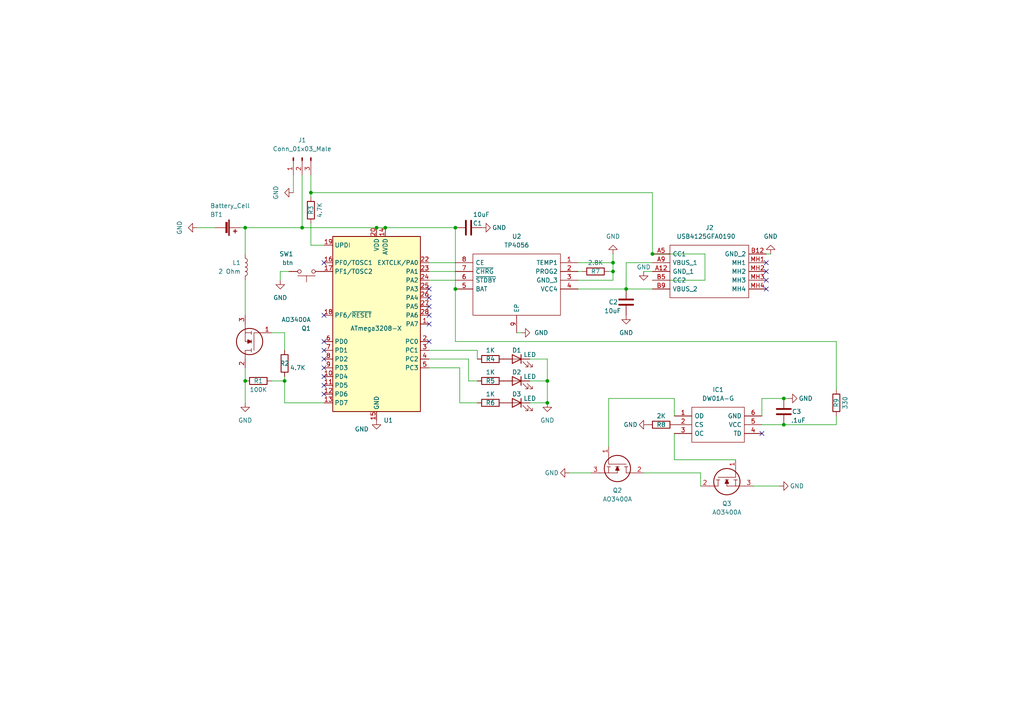
<source format=kicad_sch>
(kicad_sch (version 20211123) (generator eeschema)
  (paper "A4")
  (title_block (title "Rectangle Control Module") (rev "1") (company "Sapient Design") (comment 1 "Designed by: Homer Morrill") (comment 2 "All solder used is to be LF"))
  (lib_symbols
    (symbol "Connector:Conn_01x03_Male" (pin_names (offset 1.016) hide)
      (property "Reference" "J" (at 0 5.08 0))
      (property "Value" "Conn_01x03_Male" (at 0 -5.08 0))
      (symbol "Conn_01x03_Male_1_1"
        (polyline (pts (xy 1.27 -2.54) (xy 0.8636 -2.54)) (stroke (width 0.1524)))
        (polyline (pts (xy 1.27 0) (xy 0.8636 0)) (stroke (width 0.1524)))
        (polyline (pts (xy 1.27 2.54) (xy 0.8636 2.54)) (stroke (width 0.1524)))
        (rectangle (start 0.8636 -2.413) (end 0 -2.667) (stroke (width 0.1524)) (fill (type outline)))
        (rectangle (start 0.8636 0.127) (end 0 -0.127) (stroke (width 0.1524)) (fill (type outline)))
        (rectangle (start 0.8636 2.667) (end 0 2.413) (stroke (width 0.1524)) (fill (type outline)))
        (pin passive line (at 5.08 2.54 180) (length 3.81) (name "Pin_1") (number "1"))
        (pin passive line (at 5.08 0 180) (length 3.81) (name "Pin_2") (number "2"))
        (pin passive line (at 5.08 -2.54 180) (length 3.81) (name "Pin_3") (number "3"))
      )
    )
    (symbol "Device:Battery_Cell" (pin_numbers hide) (pin_names (offset 0) hide)
      (property "Reference" "BT" (at 2.54 2.54 0))
      (property "Value" "Battery_Cell" (at 2.54 0 0))
      (symbol "Battery_Cell_0_1"
        (rectangle (start -2.286 1.778) (end 2.286 1.524) (fill (type outline)))
        (rectangle (start -1.5748 1.1938) (end 1.4732 0.6858) (fill (type outline)))
        (polyline (pts (xy 0 0.762) (xy 0 0)))
        (polyline (pts (xy 0 1.778) (xy 0 2.54)))
        (polyline (pts (xy 0.508 3.429) (xy 1.524 3.429)) (stroke (width 0.254)))
        (polyline (pts (xy 1.016 3.937) (xy 1.016 2.921)) (stroke (width 0.254)))
      )
      (symbol "Battery_Cell_1_1"
        (pin passive line (at 0 5.08 270) (length 2.54) (name "+") (number "1"))
        (pin passive line (at 0 -2.54 90) (length 2.54) (name "-") (number "2"))
      )
    )
    (symbol "Device:C" (pin_numbers hide) (pin_names (offset 0.254))
      (property "Reference" "C" (at 0.635 2.54 0))
      (property "Value" "C" (at 0.635 -2.54 0))
      (symbol "C_0_1"
        (polyline (pts (xy -2.032 -0.762) (xy 2.032 -0.762)) (stroke (width 0.508)))
        (polyline (pts (xy -2.032 0.762) (xy 2.032 0.762)) (stroke (width 0.508)))
      )
      (symbol "C_1_1"
        (pin passive line (at 0 3.81 270) (length 2.794) (name "~") (number "1"))
        (pin passive line (at 0 -3.81 90) (length 2.794) (name "~") (number "2"))
      )
    )
    (symbol "Device:L" (pin_numbers hide) (pin_names (offset 1.016) hide)
      (property "Reference" "L" (at -1.27 0 90))
      (property "Value" "L" (at 1.905 0 90))
      (symbol "L_0_1"
        (arc (start 0 -2.54) (mid 0.635 -1.905) (end 0 -1.27))
        (arc (start 0 -1.27) (mid 0.635 -0.635) (end 0 0))
        (arc (start 0 0) (mid 0.635 0.635) (end 0 1.27))
        (arc (start 0 1.27) (mid 0.635 1.905) (end 0 2.54))
      )
      (symbol "L_1_1"
        (pin passive line (at 0 3.81 270) (length 1.27) (name "1") (number "1"))
        (pin passive line (at 0 -3.81 90) (length 1.27) (name "2") (number "2"))
      )
    )
    (symbol "Device:LED" (pin_numbers hide) (pin_names (offset 1.016) hide)
      (property "Reference" "D" (at 0 2.54 0))
      (property "Value" "LED" (at 0 -2.54 0))
      (symbol "LED_0_1"
        (polyline (pts (xy -1.27 -1.27) (xy -1.27 1.27)) (stroke (width 0.254)))
        (polyline (pts (xy -1.27 0) (xy 1.27 0)))
        (polyline (pts (xy 1.27 -1.27) (xy 1.27 1.27) (xy -1.27 0) (xy 1.27 -1.27)) (stroke (width 0.254)))
        (polyline (pts (xy -3.048 -0.762) (xy -4.572 -2.286) (xy -3.81 -2.286) (xy -4.572 -2.286) (xy -4.572 -1.524)))
        (polyline (pts (xy -1.778 -0.762) (xy -3.302 -2.286) (xy -2.54 -2.286) (xy -3.302 -2.286) (xy -3.302 -1.524)))
      )
      (symbol "LED_1_1"
        (pin passive line (at -3.81 0 0) (length 2.54) (name "K") (number "1"))
        (pin passive line (at 3.81 0 180) (length 2.54) (name "A") (number "2"))
      )
    )
    (symbol "Device:R" (pin_numbers hide) (pin_names (offset 0))
      (property "Reference" "R" (at 2.032 0 90))
      (property "Value" "R" (at 0 0 90))
      (symbol "R_0_1"
        (rectangle (start -1.016 -2.54) (end 1.016 2.54) (stroke (width 0.254)))
      )
      (symbol "R_1_1"
        (pin passive line (at 0 3.81 270) (length 1.27) (name "~") (number "1"))
        (pin passive line (at 0 -3.81 90) (length 1.27) (name "~") (number "2"))
      )
    )
    (symbol "MCU_Microchip_ATmega:ATmega3208-X"
      (property "Reference" "U" (at -12.7 26.67 0))
      (property "Value" "ATmega3208-X" (at 2.54 -26.67 0))
      (symbol "ATmega3208-X_0_1"
        (rectangle (start -12.7 -25.4) (end 12.7 25.4) (stroke (width 0.254)) (fill (type background)))
      )
      (symbol "ATmega3208-X_1_1"
        (pin bidirectional line (at 15.24 0 180) (length 2.54) (name "PA7") (number "1"))
        (pin bidirectional line (at -15.24 -15.24 0) (length 2.54) (name "PD4") (number "10"))
        (pin bidirectional line (at -15.24 -17.78 0) (length 2.54) (name "PD5") (number "11"))
        (pin bidirectional line (at -15.24 -20.32 0) (length 2.54) (name "PD6") (number "12"))
        (pin bidirectional line (at -15.24 -22.86 0) (length 2.54) (name "PD7") (number "13"))
        (pin power_in line (at 2.54 27.94 270) (length 2.54) (name "AVDD") (number "14"))
        (pin power_in line (at 0 -27.94 90) (length 2.54) (name "GND") (number "15"))
        (pin bidirectional line (at -15.24 17.78 0) (length 2.54) (name "PF0/TOSC1") (number "16"))
        (pin bidirectional line (at -15.24 15.24 0) (length 2.54) (name "PF1/TOSC2") (number "17"))
        (pin bidirectional line (at -15.24 2.54 0) (length 2.54) (name "PF6/~{RESET}") (number "18"))
        (pin bidirectional line (at -15.24 22.86 0) (length 2.54) (name "UPDI") (number "19"))
        (pin bidirectional line (at 15.24 -5.08 180) (length 2.54) (name "PC0") (number "2"))
        (pin power_in line (at 0 27.94 270) (length 2.54) (name "VDD") (number "20"))
        (pin passive line (at 0 -27.94 90) (length 2.54) hide (name "GND") (number "21"))
        (pin bidirectional line (at 15.24 17.78 180) (length 2.54) (name "EXTCLK/PA0") (number "22"))
        (pin bidirectional line (at 15.24 15.24 180) (length 2.54) (name "PA1") (number "23"))
        (pin bidirectional line (at 15.24 12.7 180) (length 2.54) (name "PA2") (number "24"))
        (pin bidirectional line (at 15.24 10.16 180) (length 2.54) (name "PA3") (number "25"))
        (pin bidirectional line (at 15.24 7.62 180) (length 2.54) (name "PA4") (number "26"))
        (pin bidirectional line (at 15.24 5.08 180) (length 2.54) (name "PA5") (number "27"))
        (pin bidirectional line (at 15.24 2.54 180) (length 2.54) (name "PA6") (number "28"))
        (pin bidirectional line (at 15.24 -7.62 180) (length 2.54) (name "PC1") (number "3"))
        (pin bidirectional line (at 15.24 -10.16 180) (length 2.54) (name "PC2") (number "4"))
        (pin bidirectional line (at 15.24 -12.7 180) (length 2.54) (name "PC3") (number "5"))
        (pin bidirectional line (at -15.24 -5.08 0) (length 2.54) (name "PD0") (number "6"))
        (pin bidirectional line (at -15.24 -7.62 0) (length 2.54) (name "PD1") (number "7"))
        (pin bidirectional line (at -15.24 -10.16 0) (length 2.54) (name "PD2") (number "8"))
        (pin bidirectional line (at -15.24 -12.7 0) (length 2.54) (name "PD3") (number "9"))
      )
    )
    (symbol "SamacSys:AO3400A" (pin_names (offset 0.762))
      (property "Reference" "Q1" (at -11.43 -1.2699 0))
      (property "Value" "AO3400A" (at -11.43 -3.8099 0))
      (symbol "AO3400A_0_0"
        (pin passive line (at 0 0 0) (length 2.54) (name "~") (number "1"))
        (pin passive line (at 7.62 10.16 270) (length 2.54) (name "~") (number "2"))
        (pin passive line (at 7.62 -5.08 90) (length 2.54) (name "~") (number "3"))
      )
      (symbol "AO3400A_0_1"
        (polyline (pts (xy 5.842 -0.508) (xy 5.842 0.508)) (stroke (width 0.1524)))
        (polyline (pts (xy 5.842 0) (xy 7.62 0)) (stroke (width 0.1524)))
        (polyline (pts (xy 5.842 2.032) (xy 5.842 3.048)) (stroke (width 0.1524)))
        (polyline (pts (xy 5.842 5.588) (xy 5.842 4.572)) (stroke (width 0.1524)))
        (polyline (pts (xy 7.62 2.54) (xy 5.842 2.54)) (stroke (width 0.1524)))
        (polyline (pts (xy 7.62 2.54) (xy 7.62 -2.54)) (stroke (width 0.1524)))
        (polyline (pts (xy 7.62 5.08) (xy 5.842 5.08)) (stroke (width 0.1524)))
        (polyline (pts (xy 7.62 5.08) (xy 7.62 7.62)) (stroke (width 0.1524)))
        (polyline (pts (xy 2.54 0) (xy 5.08 0) (xy 5.08 5.08)) (stroke (width 0.1524)))
        (polyline (pts (xy 5.842 2.54) (xy 6.858 3.048) (xy 6.858 2.032) (xy 5.842 2.54)) (stroke (width 0.254)) (fill (type outline)))
        (circle (center 6.35 2.54) (radius 3.81) (stroke (width 0.254)))
      )
    )
    (symbol "SamacSys:DW01A-G" (pin_names (offset 0.762))
      (property "Reference" "IC" (at 21.59 7.62 0))
      (property "Value" "DW01A-G" (at 21.59 5.08 0))
      (symbol "DW01A-G_0_0"
        (pin passive line (at 0 0 0) (length 5.08) (name "OD") (number "1"))
        (pin passive line (at 0 -2.54 0) (length 5.08) (name "CS") (number "2"))
        (pin passive line (at 0 -5.08 0) (length 5.08) (name "OC") (number "3"))
        (pin passive line (at 25.4 -5.08 180) (length 5.08) (name "TD") (number "4"))
        (pin passive line (at 25.4 -2.54 180) (length 5.08) (name "VCC") (number "5"))
        (pin passive line (at 25.4 0 180) (length 5.08) (name "GND") (number "6"))
      )
      (symbol "DW01A-G_0_1"
        (polyline (pts (xy 5.08 2.54) (xy 20.32 2.54) (xy 20.32 -7.62) (xy 5.08 -7.62) (xy 5.08 2.54)) (stroke (width 0.1524)))
      )
    )
    (symbol "SamacSys:TP4056" (pin_names (offset 0.762))
      (property "Reference" "J" (at 31.75 7.62 0))
      (property "Value" "TP4056" (at 31.75 5.08 0))
      (symbol "TP4056_0_0"
        (pin passive line (at 0 0 0) (length 5.08) (name "TEMP1") (number "1"))
        (pin passive line (at 0 -2.54 0) (length 5.08) (name "PROG2") (number "2"))
        (pin passive line (at 0 -5.08 0) (length 5.08) (name "GND_3") (number "3"))
        (pin passive line (at 0 -7.62 0) (length 5.08) (name "VCC4") (number "4"))
        (pin passive line (at 35.56 -7.62 180) (length 5.08) (name "BAT") (number "5"))
        (pin passive line (at 35.56 -5.08 180) (length 5.08) (name "~{STDBY}") (number "6"))
        (pin passive line (at 35.56 -2.54 180) (length 5.08) (name "~{CHRG}") (number "7"))
        (pin passive line (at 35.56 0 180) (length 5.08) (name "CE") (number "8"))
        (pin passive line (at 17.78 -20.32 90) (length 5.08) (name "EP") (number "9"))
      )
      (symbol "TP4056_0_1"
        (polyline (pts (xy 5.08 2.54) (xy 30.48 2.54) (xy 30.48 -15.24) (xy 5.08 -15.24) (xy 5.08 2.54)) (stroke (width 0.1524)))
      )
    )
    (symbol "SamacSys:USB4125-GF-A-0190" (pin_names (offset 0.762))
      (property "Reference" "J" (at 29.21 7.62 0))
      (property "Value" "USB4125-GF-A-0190" (at 29.21 5.08 0))
      (symbol "USB4125-GF-A-0190_0_0"
        (pin passive line (at 0 -5.08 0) (length 5.08) (name "GND_1") (number "A12"))
        (pin passive line (at 0 0 0) (length 5.08) (name "CC1") (number "A5"))
        (pin passive line (at 0 -2.54 0) (length 5.08) (name "VBUS_1") (number "A9"))
        (pin passive line (at 33.02 0 180) (length 5.08) (name "GND_2") (number "B12"))
        (pin passive line (at 0 -7.62 0) (length 5.08) (name "CC2") (number "B5"))
        (pin passive line (at 0 -10.16 0) (length 5.08) (name "VBUS_2") (number "B9"))
        (pin passive line (at 33.02 -2.54 180) (length 5.08) (name "MH1") (number "MH1"))
        (pin passive line (at 33.02 -5.08 180) (length 5.08) (name "MH2") (number "MH2"))
        (pin passive line (at 33.02 -7.62 180) (length 5.08) (name "MH3") (number "MH3"))
        (pin passive line (at 33.02 -10.16 180) (length 5.08) (name "MH4") (number "MH4"))
      )
      (symbol "USB4125-GF-A-0190_0_1"
        (polyline (pts (xy 5.08 2.54) (xy 27.94 2.54) (xy 27.94 -12.7) (xy 5.08 -12.7) (xy 5.08 2.54)) (stroke (width 0.1524)))
      )
    )
    (symbol "Switch:SW_Push" (pin_numbers hide) (pin_names (offset 1.016) hide)
      (property "Reference" "SW" (at 1.27 2.54 0))
      (property "Value" "SW_Push" (at 0 -1.524 0))
      (symbol "SW_Push_0_1"
        (circle (center -2.032 0) (radius 0.508))
        (polyline (pts (xy 0 1.27) (xy 0 3.048)))
        (polyline (pts (xy 2.54 1.27) (xy -2.54 1.27)))
        (circle (center 2.032 0) (radius 0.508))
        (pin passive line (at -5.08 0 0) (length 2.54) (name "1") (number "1"))
        (pin passive line (at 5.08 0 180) (length 2.54) (name "2") (number "2"))
      )
    )
    (symbol "power:GND" (power) (pin_names (offset 0))
      (property "Value" "GND" (at 0 -3.81 0))
      (symbol "GND_0_1"
        (polyline (pts (xy 0 0) (xy 0 -1.27) (xy 1.27 -1.27) (xy 0 -2.54) (xy -1.27 -1.27) (xy 0 -1.27)))
      )
      (symbol "GND_1_1"
        (pin power_in line (at 0 0 270) (length 0) hide (name "GND") (number "1"))
      )
    )
  )
  (junction (at 158.75 116.84))
  (junction (at 71.12 110.49))
  (junction (at 109.22 66.04))
  (junction (at 87.63 66.04))
  (junction (at 111.76 66.04))
  (junction (at 177.8 76.2))
  (junction (at 189.23 73.66))
  (junction (at 71.12 66.04))
  (junction (at 132.08 83.82))
  (junction (at 132.08 66.04))
  (junction (at 227.33 115.57))
  (junction (at 227.33 123.19))
  (junction (at 82.55 110.49))
  (junction (at 177.8 78.74))
  (junction (at 158.75 110.49))
  (junction (at 181.61 83.82))
  (junction (at 90.17 55.88))
  (no_connect (at 220.98 125.73))
  (no_connect (at 222.25 81.28))
  (no_connect (at 222.25 76.2))
  (no_connect (at 222.25 78.74))
  (no_connect (at 93.98 114.3))
  (no_connect (at 93.98 111.76))
  (no_connect (at 124.46 88.9))
  (no_connect (at 124.46 86.36))
  (no_connect (at 124.46 83.82))
  (no_connect (at 93.98 76.2))
  (no_connect (at 93.98 99.06))
  (no_connect (at 93.98 109.22))
  (no_connect (at 93.98 106.68))
  (no_connect (at 93.98 104.14))
  (no_connect (at 93.98 101.6))
  (no_connect (at 124.46 93.98))
  (no_connect (at 124.46 91.44))
  (no_connect (at 93.98 91.44))
  (no_connect (at 222.25 83.82))
  (no_connect (at 124.46 99.06))
  (wire (pts (xy 87.63 50.8) (xy 87.63 66.04)))
  (wire (pts (xy 204.47 81.28) (xy 204.47 73.66)))
  (wire (pts (xy 181.61 76.2) (xy 181.61 83.82)))
  (wire (pts (xy 124.46 78.74) (xy 132.08 78.74)))
  (wire (pts (xy 109.22 66.04) (xy 111.76 66.04)))
  (wire (pts (xy 124.46 76.2) (xy 132.08 76.2)))
  (wire (pts (xy 90.17 71.12) (xy 93.98 71.12)))
  (wire (pts (xy 167.64 83.82) (xy 181.61 83.82)))
  (wire (pts (xy 177.8 73.66) (xy 177.8 76.2)))
  (wire (pts (xy 132.08 83.82) (xy 132.08 99.06)))
  (wire (pts (xy 167.64 76.2) (xy 177.8 76.2)))
  (wire (pts (xy 85.09 50.8) (xy 85.09 55.88)))
  (wire (pts (xy 181.61 83.82) (xy 189.23 83.82)))
  (wire (pts (xy 186.69 137.16) (xy 203.2 137.16)))
  (wire (pts (xy 71.12 66.04) (xy 71.12 73.66)))
  (wire (pts (xy 133.35 106.68) (xy 133.35 116.84)))
  (wire (pts (xy 135.89 110.49) (xy 138.43 110.49)))
  (wire (pts (xy 149.86 96.52) (xy 151.13 96.52)))
  (wire (pts (xy 176.53 115.57) (xy 176.53 129.54)))
  (wire (pts (xy 242.57 99.06) (xy 242.57 113.03)))
  (wire (pts (xy 203.2 137.16) (xy 203.2 140.97)))
  (wire (pts (xy 189.23 81.28) (xy 204.47 81.28)))
  (wire (pts (xy 82.55 110.49) (xy 82.55 116.84)))
  (wire (pts (xy 90.17 64.77) (xy 90.17 71.12)))
  (wire (pts (xy 195.58 120.65) (xy 195.58 115.57)))
  (wire (pts (xy 135.89 104.14) (xy 135.89 110.49)))
  (wire (pts (xy 222.25 73.66) (xy 223.52 73.66)))
  (wire (pts (xy 90.17 50.8) (xy 90.17 55.88)))
  (wire (pts (xy 87.63 66.04) (xy 109.22 66.04)))
  (wire (pts (xy 82.55 109.22) (xy 82.55 110.49)))
  (wire (pts (xy 220.98 115.57) (xy 227.33 115.57)))
  (wire (pts (xy 71.12 81.28) (xy 71.12 91.44)))
  (wire (pts (xy 220.98 115.57) (xy 220.98 120.65)))
  (wire (pts (xy 57.15 66.04) (xy 62.23 66.04)))
  (wire (pts (xy 242.57 120.65) (xy 242.57 123.19)))
  (wire (pts (xy 153.67 110.49) (xy 158.75 110.49)))
  (wire (pts (xy 78.74 110.49) (xy 82.55 110.49)))
  (wire (pts (xy 186.69 78.74) (xy 189.23 78.74)))
  (wire (pts (xy 177.8 78.74) (xy 177.8 81.28)))
  (wire (pts (xy 218.44 140.97) (xy 226.06 140.97)))
  (wire (pts (xy 153.67 104.14) (xy 158.75 104.14)))
  (wire (pts (xy 189.23 55.88) (xy 189.23 73.66)))
  (wire (pts (xy 132.08 66.04) (xy 132.08 83.82)))
  (wire (pts (xy 69.85 66.04) (xy 71.12 66.04)))
  (wire (pts (xy 195.58 115.57) (xy 176.53 115.57)))
  (wire (pts (xy 153.67 116.84) (xy 158.75 116.84)))
  (wire (pts (xy 82.55 96.52) (xy 78.74 96.52)))
  (wire (pts (xy 71.12 110.49) (xy 71.12 116.84)))
  (wire (pts (xy 71.12 106.68) (xy 71.12 110.49)))
  (wire (pts (xy 111.76 66.04) (xy 132.08 66.04)))
  (wire (pts (xy 124.46 81.28) (xy 132.08 81.28)))
  (wire (pts (xy 124.46 101.6) (xy 138.43 101.6)))
  (wire (pts (xy 83.82 78.74) (xy 81.28 78.74)))
  (wire (pts (xy 82.55 116.84) (xy 93.98 116.84)))
  (wire (pts (xy 195.58 133.35) (xy 213.36 133.35)))
  (wire (pts (xy 158.75 104.14) (xy 158.75 110.49)))
  (wire (pts (xy 124.46 106.68) (xy 133.35 106.68)))
  (wire (pts (xy 90.17 55.88) (xy 189.23 55.88)))
  (wire (pts (xy 165.1 137.16) (xy 171.45 137.16)))
  (wire (pts (xy 189.23 76.2) (xy 181.61 76.2)))
  (wire (pts (xy 195.58 125.73) (xy 195.58 133.35)))
  (wire (pts (xy 227.33 123.19) (xy 242.57 123.19)))
  (wire (pts (xy 82.55 96.52) (xy 82.55 101.6)))
  (wire (pts (xy 138.43 101.6) (xy 138.43 104.14)))
  (wire (pts (xy 133.35 116.84) (xy 138.43 116.84)))
  (wire (pts (xy 176.53 78.74) (xy 177.8 78.74)))
  (wire (pts (xy 158.75 110.49) (xy 158.75 116.84)))
  (wire (pts (xy 90.17 55.88) (xy 90.17 57.15)))
  (wire (pts (xy 167.64 78.74) (xy 168.91 78.74)))
  (wire (pts (xy 189.23 73.66) (xy 204.47 73.66)))
  (wire (pts (xy 124.46 104.14) (xy 135.89 104.14)))
  (wire (pts (xy 220.98 123.19) (xy 227.33 123.19)))
  (wire (pts (xy 227.33 115.57) (xy 228.6 115.57)))
  (wire (pts (xy 167.64 81.28) (xy 177.8 81.28)))
  (wire (pts (xy 177.8 76.2) (xy 177.8 78.74)))
  (wire (pts (xy 132.08 99.06) (xy 242.57 99.06)))
  (wire (pts (xy 71.12 66.04) (xy 87.63 66.04)))
  (wire (pts (xy 81.28 78.74) (xy 81.28 81.28)))
  (symbol (lib_id "Device:LED") (at 149.86 104.14 0) (mirror y) (unit 1)
    (property "Reference" "D1" (at 149.86 101.6 0))
    (property "Value" "LED" (at 153.67 102.87 0))
    (property "Footprint" "LED_SMD:LED_0603_1608Metric_Pad1.05x0.95mm_HandSolder" (effects hide))
  )
  (symbol (lib_id "power:GND") (at 71.12 116.84 0) (unit 1)
    (property "Reference" "#PWR02" (effects hide))
    (property "Value" "GND" (at 71.12 121.92 0))
  )
  (symbol (lib_id "SamacSys:USB4125-GF-A-0190") (at 189.23 73.66 0) (unit 1)
    (property "Reference" "J2" (at 207.01 66.04 0) (effects (justify right)))
    (property "Value" "USB4125GFA0190" (at 213.36 68.58 0) (effects (justify right)))
    (property "Footprint" "USB4125GFA0190" (effects hide))
    (property "Datasheet" "https://gct.co/files/drawings/usb4140.pdf?v=497efcde-01c1-4614-ade4-1b2d7a03c886" (effects hide))
    (property "Description" "USB Connectors USB C Rec GF RA 6P SMT TH Stakes 1.9mm" (effects hide))
    (property "Height" "3.41" (effects hide))
    (property "Mouser Part Number" "640-USB4125-GF-A-190" (effects hide))
    (property "Mouser Price/Stock" "https://www.mouser.co.uk/ProductDetail/GCT/USB4125-GF-A-0190?qs=QNEnbhJQKvbCz4hEJBS24w%3D%3D" (effects hide))
    (property "Manufacturer_Name" "GCT (GLOBAL CONNECTOR TECHNOLOGY)" (effects hide))
    (property "Manufacturer_Part_Number" "USB4125-GF-A-0190" (effects hide))
  )
  (symbol (lib_id "Device:R") (at 90.17 60.96 0) (mirror x) (unit 1)
    (property "Reference" "R3" (at 90.17 60.96 90))
    (property "Value" "4.7K" (at 92.71 60.96 90))
    (property "Footprint" "Resistor_SMD:R_0603_1608Metric_Pad0.98x0.95mm_HandSolder" (effects hide))
  )
  (symbol (lib_id "power:GND") (at 187.96 123.19 270) (mirror x) (unit 1)
    (property "Reference" "#PWR013" (effects hide))
    (property "Value" "GND" (at 182.88 123.19 90))
  )
  (symbol (lib_id "Device:R") (at 142.24 110.49 270) (mirror x) (unit 1)
    (property "Reference" "R5" (at 142.24 110.49 90))
    (property "Value" "1K" (at 142.24 107.95 90))
    (property "Footprint" "Resistor_SMD:R_0603_1608Metric_Pad0.98x0.95mm_HandSolder" (effects hide))
  )
  (symbol (lib_id "power:GND") (at 85.09 55.88 270) (unit 1)
    (property "Reference" "#PWR04" (effects hide))
    (property "Value" "GND" (at 80.01 55.88 0))
  )
  (symbol (lib_id "SamacSys:AO3400A") (at 78.74 96.52 180) (unit 1)
    (property "Reference" "Q1" (at 90.17 95.2501 0) (effects (justify left)))
    (property "Value" "AO3400A" (at 90.17 92.7101 0) (effects (justify left)))
    (property "Footprint" "Package_TO_SOT_SMD:SOT-23" (effects hide))
    (property "Datasheet" "http://aosmd.com/res/data_sheets/AO3400A.pdf" (effects hide))
    (property "Description" "30V N-Channel MOSFET" (effects hide))
    (property "Height" "1.25" (effects hide))
    (property "Mouser Part Number" "833-SI2301-TP" (effects hide))
    (property "Mouser Price/Stock" "https://www.mouser.co.uk/ProductDetail/Micro-Commercial-Components-MCC/SI2301-TP?qs=SdqRYZZ9IxDQZSN6dfdoAA%3D%3D" (effects hide))
    (property "Manufacturer_Name" "Alpha & Omega Semiconductors" (effects hide))
    (property "Manufacturer_Part_Number" "AO3400A" (effects hide))
    (property "Arrow Part Number" "AO3400A" (effects hide))
    (property "Arrow Price/Stock" "https://www.arrow.com/en/products/ao3400a/alpha-and-omega-semiconductor?region=nac" (effects hide))
  )
  (symbol (lib_id "Device:R") (at 242.57 116.84 0) (mirror x) (unit 1)
    (property "Reference" "R9" (at 242.57 116.84 90))
    (property "Value" "330" (at 245.11 116.84 90))
    (property "Footprint" "Resistor_SMD:R_0603_1608Metric_Pad0.98x0.95mm_HandSolder" (effects hide))
  )
  (symbol (lib_id "Switch:SW_Push") (at 88.9 78.74 0) (mirror x) (unit 1)
    (property "Reference" "SW1" (at 85.09 73.66 0) (effects (justify right)))
    (property "Value" "btn" (at 85.09 76.2 0) (effects (justify right)))
    (property "Footprint" "Button_Switch_SMD:SW_Push_1P1T_NO_6x6mm_H9.5mm" (effects hide))
  )
  (symbol (lib_id "power:GND") (at 109.22 121.92 0) (unit 1)
    (property "Reference" "#PWR05" (effects hide))
    (property "Value" "GND" (at 102.87 124.46 0) (effects (justify left)))
  )
  (symbol (lib_id "power:GND") (at 57.15 66.04 270) (unit 1)
    (property "Reference" "#PWR01" (effects hide))
    (property "Value" "GND" (at 52.07 66.04 0))
  )
  (symbol (lib_id "Device:R") (at 142.24 104.14 270) (mirror x) (unit 1)
    (property "Reference" "R4" (at 142.24 104.14 90))
    (property "Value" "1K" (at 142.24 101.6 90))
    (property "Footprint" "Resistor_SMD:R_0603_1608Metric_Pad0.98x0.95mm_HandSolder" (effects hide))
  )
  (symbol (lib_id "Device:L") (at 71.12 77.47 0) (mirror x) (unit 1)
    (property "Reference" "L1" (at 69.85 76.1999 0) (effects (justify right)))
    (property "Value" "2 Ohm" (at 69.85 78.7399 0) (effects (justify right)))
    (property "Footprint" "Inductor_THT:L_Axial_L6.6mm_D2.7mm_P2.54mm_Vertical_Vishay_IM-2" (effects hide))
  )
  (symbol (lib_id "power:GND") (at 177.8 73.66 180) (unit 1)
    (property "Reference" "#PWR010" (effects hide))
    (property "Value" "GND" (at 177.8 68.58 0))
  )
  (symbol (lib_id "SamacSys:AO3400A") (at 176.53 129.54 270) (unit 1)
    (property "Reference" "Q2" (at 179.07 142.24 90))
    (property "Value" "AO3400A" (at 179.07 144.78 90))
    (property "Footprint" "Package_TO_SOT_SMD:SOT-23" (effects hide))
    (property "Datasheet" "http://aosmd.com/res/data_sheets/AO3400A.pdf" (effects hide))
    (property "Description" "30V N-Channel MOSFET" (effects hide))
    (property "Height" "1.25" (effects hide))
    (property "Mouser Part Number" "833-SI2301-TP" (effects hide))
    (property "Mouser Price/Stock" "https://www.mouser.co.uk/ProductDetail/Micro-Commercial-Components-MCC/SI2301-TP?qs=SdqRYZZ9IxDQZSN6dfdoAA%3D%3D" (effects hide))
    (property "Manufacturer_Name" "Alpha & Omega Semiconductors" (effects hide))
    (property "Manufacturer_Part_Number" "AO3400A" (effects hide))
    (property "Arrow Part Number" "AO3400A" (effects hide))
    (property "Arrow Price/Stock" "https://www.arrow.com/en/products/ao3400a/alpha-and-omega-semiconductor?region=nac" (effects hide))
  )
  (symbol (lib_id "Device:Battery_Cell") (at 64.77 66.04 270) (unit 1)
    (property "Reference" "BT1" (at 60.96 62.23 90) (effects (justify left)))
    (property "Value" "Battery_Cell" (at 60.96 59.69 90) (effects (justify left)))
    (property "Footprint" "Connector_PinHeader_2.54mm:PinHeader_1x02_P2.54mm_Vertical" (effects hide))
  )
  (symbol (lib_id "Connector:Conn_01x03_Male") (at 87.63 45.72 90) (mirror x) (unit 1)
    (property "Reference" "J1" (at 87.63 40.64 90))
    (property "Value" "Conn_01x03_Male" (at 87.63 43.18 90))
    (property "Footprint" "Connector_PinHeader_2.54mm:PinHeader_1x03_P2.54mm_Vertical" (effects hide))
  )
  (symbol (lib_id "power:GND") (at 226.06 140.97 90) (unit 1)
    (property "Reference" "#PWR015" (effects hide))
    (property "Value" "GND" (at 231.14 140.97 90))
  )
  (symbol (lib_id "Device:R") (at 74.93 110.49 90) (mirror x) (unit 1)
    (property "Reference" "R1" (at 74.93 110.49 90))
    (property "Value" "100K" (at 74.93 113.03 90))
    (property "Footprint" "Resistor_SMD:R_0603_1608Metric_Pad0.98x0.95mm_HandSolder" (effects hide))
  )
  (symbol (lib_id "Device:LED") (at 149.86 110.49 0) (mirror y) (unit 1)
    (property "Reference" "D2" (at 149.86 107.95 0))
    (property "Value" "LED" (at 153.67 109.22 0))
    (property "Footprint" "LED_SMD:LED_0603_1608Metric_Pad1.05x0.95mm_HandSolder" (effects hide))
  )
  (symbol (lib_id "power:GND") (at 181.61 91.44 0) (mirror y) (unit 1)
    (property "Reference" "#PWR011" (effects hide))
    (property "Value" "GND" (at 181.61 96.52 0))
  )
  (symbol (lib_id "MCU_Microchip_ATmega:ATmega3208-X") (at 109.22 93.98 0) (unit 1)
    (property "Reference" "U1" (at 111.2394 121.92 0) (effects (justify left)))
    (property "Value" "ATmega3208-X" (at 101.6 95.25 0) (effects (justify left)))
    (property "Footprint" "Package_SO:SSOP-28_5.3x10.2mm_P0.65mm" (effects hide))
    (property "Datasheet" "http://ww1.microchip.com/downloads/en/DeviceDoc/40002018A.pdf" (effects hide))
  )
  (symbol (lib_id "Device:R") (at 172.72 78.74 90) (unit 1)
    (property "Reference" "R7" (at 172.72 78.74 90))
    (property "Value" "2.8K" (at 172.72 76.2 90))
    (property "Footprint" "Resistor_SMD:R_0603_1608Metric_Pad0.98x0.95mm_HandSolder" (effects hide))
  )
  (symbol (lib_id "Device:R") (at 82.55 105.41 0) (mirror y) (unit 1)
    (property "Reference" "R2" (at 82.55 105.41 0))
    (property "Value" "4.7K" (at 86.36 106.68 0))
    (property "Footprint" "Resistor_SMD:R_0603_1608Metric_Pad0.98x0.95mm_HandSolder" (effects hide))
  )
  (symbol (lib_id "SamacSys:AO3400A") (at 213.36 133.35 90) (mirror x) (unit 1)
    (property "Reference" "Q3" (at 210.82 146.05 90))
    (property "Value" "AO3400A" (at 210.82 148.59 90))
    (property "Footprint" "Package_TO_SOT_SMD:SOT-23" (effects hide))
    (property "Datasheet" "http://aosmd.com/res/data_sheets/AO3400A.pdf" (effects hide))
    (property "Description" "30V N-Channel MOSFET" (effects hide))
    (property "Height" "1.25" (effects hide))
    (property "Mouser Part Number" "833-SI2301-TP" (effects hide))
    (property "Mouser Price/Stock" "https://www.mouser.co.uk/ProductDetail/Micro-Commercial-Components-MCC/SI2301-TP?qs=SdqRYZZ9IxDQZSN6dfdoAA%3D%3D" (effects hide))
    (property "Manufacturer_Name" "Alpha & Omega Semiconductors" (effects hide))
    (property "Manufacturer_Part_Number" "AO3400A" (effects hide))
    (property "Arrow Part Number" "AO3400A" (effects hide))
    (property "Arrow Price/Stock" "https://www.arrow.com/en/products/ao3400a/alpha-and-omega-semiconductor?region=nac" (effects hide))
  )
  (symbol (lib_id "Device:C") (at 135.89 66.04 270) (unit 1)
    (property "Reference" "C1" (at 137.16 64.77 90) (effects (justify left)))
    (property "Value" "10uF" (at 137.16 62.23 90) (effects (justify left)))
    (property "Footprint" "Capacitor_SMD:C_0603_1608Metric_Pad1.08x0.95mm_HandSolder" (effects hide))
  )
  (symbol (lib_id "power:GND") (at 186.69 78.74 0) (unit 1)
    (property "Reference" "#PWR012" (effects hide))
    (property "Value" "GND" (at 186.69 77.47 0))
  )
  (symbol (lib_id "power:GND") (at 81.28 81.28 0) (unit 1)
    (property "Reference" "#PWR03" (effects hide))
    (property "Value" "GND" (at 81.28 86.36 0))
  )
  (symbol (lib_id "Device:LED") (at 149.86 116.84 0) (mirror y) (unit 1)
    (property "Reference" "D3" (at 149.86 114.3 0))
    (property "Value" "LED" (at 153.67 115.57 0))
    (property "Footprint" "LED_SMD:LED_0603_1608Metric_Pad1.05x0.95mm_HandSolder" (effects hide))
  )
  (symbol (lib_id "power:GND") (at 223.52 73.66 180) (unit 1)
    (property "Reference" "#PWR014" (effects hide))
    (property "Value" "GND" (at 223.52 68.58 0))
  )
  (symbol (lib_id "power:GND") (at 139.7 66.04 90) (unit 1)
    (property "Reference" "#PWR06" (effects hide))
    (property "Value" "GND" (at 144.78 66.04 90))
  )
  (symbol (lib_id "power:GND") (at 151.13 96.52 90) (unit 1)
    (property "Reference" "#PWR07" (effects hide))
    (property "Value" "GND" (at 154.94 96.5199 90) (effects (justify right)))
  )
  (symbol (lib_id "SamacSys:TP4056") (at 167.64 76.2 0) (mirror y) (unit 1)
    (property "Reference" "U2" (at 149.86 68.58 0))
    (property "Value" "TP4056" (at 149.86 71.12 0))
    (property "Footprint" "Package_SO:SOIC-8-1EP_3.9x4.9mm_P1.27mm_EP2.514x3.2mm_ThermalVias" (effects hide))
    (property "Datasheet" "https://dlnmh9ip6v2uc.cloudfront.net/datasheets/Prototyping/TP4056.pdf" (effects hide))
    (property "Description" "1A Standalone Linear Li-lon Battery Charger, SOP-8" (effects hide))
    (property "Height" "1.75" (effects hide))
    (property "Manufacturer_Name" "NanJing Top Power" (effects hide))
    (property "Manufacturer_Part_Number" "TP4056" (effects hide))
  )
  (symbol (lib_id "Device:C") (at 227.33 119.38 180) (unit 1)
    (property "Reference" "C3" (at 232.41 119.38 0) (effects (justify left)))
    (property "Value" ".1uF" (at 233.68 121.92 0) (effects (justify left)))
    (property "Footprint" "Capacitor_SMD:C_0603_1608Metric_Pad1.08x0.95mm_HandSolder" (effects hide))
  )
  (symbol (lib_id "Device:R") (at 191.77 123.19 270) (mirror x) (unit 1)
    (property "Reference" "R8" (at 191.77 123.19 90))
    (property "Value" "2K" (at 191.77 120.65 90))
    (property "Footprint" "Resistor_SMD:R_0603_1608Metric_Pad0.98x0.95mm_HandSolder" (effects hide))
  )
  (symbol (lib_id "power:GND") (at 165.1 137.16 270) (mirror x) (unit 1)
    (property "Reference" "#PWR09" (effects hide))
    (property "Value" "GND" (at 160.02 137.16 90))
  )
  (symbol (lib_id "power:GND") (at 228.6 115.57 90) (unit 1)
    (property "Reference" "#PWR016" (effects hide))
    (property "Value" "GND" (at 233.68 115.57 90))
  )
  (symbol (lib_id "Device:R") (at 142.24 116.84 270) (mirror x) (unit 1)
    (property "Reference" "R6" (at 142.24 116.84 90))
    (property "Value" "1K" (at 142.24 114.3 90))
    (property "Footprint" "Resistor_SMD:R_0603_1608Metric_Pad0.98x0.95mm_HandSolder" (effects hide))
  )
  (symbol (lib_id "power:GND") (at 158.75 116.84 0) (mirror y) (unit 1)
    (property "Reference" "#PWR08" (effects hide))
    (property "Value" "GND" (at 158.75 121.92 0))
  )
  (symbol (lib_id "SamacSys:DW01A-G") (at 195.58 120.65 0) (unit 1)
    (property "Reference" "IC1" (at 208.28 113.03 0))
    (property "Value" "DW01A-G" (at 208.28 115.57 0))
    (property "Footprint" "Package_TO_SOT_SMD:SOT-23-6_Handsoldering" (effects hide))
    (property "Datasheet" "http://acoptex.com/uploads/DW01A.pdf" (effects hide))
    (property "Description" "One Cell Lithium-ion/Polymer Battery Protection IC" (effects hide))
    (property "Height" "1.35" (effects hide))
    (property "Manufacturer_Name" "Fortune Semiconductor Corporation" (effects hide))
    (property "Manufacturer_Part_Number" "DW01A-G" (effects hide))
  )
  (symbol (lib_id "Device:C") (at 181.61 87.63 0) (mirror x) (unit 1)
    (property "Reference" "C2" (at 176.53 87.63 0) (effects (justify left)))
    (property "Value" "10uF" (at 175.26 90.17 0) (effects (justify left)))
    (property "Footprint" "Capacitor_SMD:C_0603_1608Metric_Pad1.08x0.95mm_HandSolder" (effects hide))
  )
)
</source>
